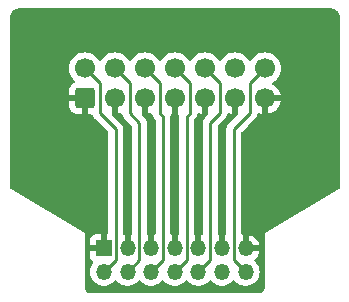
<source format=gbl>
G04 #@! TF.GenerationSoftware,KiCad,Pcbnew,7.0.9-7.0.9~ubuntu20.04.1*
G04 #@! TF.CreationDate,2023-11-25T19:42:28+01:00*
G04 #@! TF.ProjectId,kicad-kria-jtag,6b696361-642d-46b7-9269-612d6a746167,1.0*
G04 #@! TF.SameCoordinates,Original*
G04 #@! TF.FileFunction,Copper,L2,Bot*
G04 #@! TF.FilePolarity,Positive*
%FSLAX46Y46*%
G04 Gerber Fmt 4.6, Leading zero omitted, Abs format (unit mm)*
G04 Created by KiCad (PCBNEW 7.0.9-7.0.9~ubuntu20.04.1) date 2023-11-25 19:42:28*
%MOMM*%
%LPD*%
G01*
G04 APERTURE LIST*
G04 Aperture macros list*
%AMRoundRect*
0 Rectangle with rounded corners*
0 $1 Rounding radius*
0 $2 $3 $4 $5 $6 $7 $8 $9 X,Y pos of 4 corners*
0 Add a 4 corners polygon primitive as box body*
4,1,4,$2,$3,$4,$5,$6,$7,$8,$9,$2,$3,0*
0 Add four circle primitives for the rounded corners*
1,1,$1+$1,$2,$3*
1,1,$1+$1,$4,$5*
1,1,$1+$1,$6,$7*
1,1,$1+$1,$8,$9*
0 Add four rect primitives between the rounded corners*
20,1,$1+$1,$2,$3,$4,$5,0*
20,1,$1+$1,$4,$5,$6,$7,0*
20,1,$1+$1,$6,$7,$8,$9,0*
20,1,$1+$1,$8,$9,$2,$3,0*%
G04 Aperture macros list end*
G04 #@! TA.AperFunction,ComponentPad*
%ADD10O,1.350000X1.350000*%
G04 #@! TD*
G04 #@! TA.AperFunction,ComponentPad*
%ADD11R,1.350000X1.350000*%
G04 #@! TD*
G04 #@! TA.AperFunction,ComponentPad*
%ADD12C,1.700000*%
G04 #@! TD*
G04 #@! TA.AperFunction,ComponentPad*
%ADD13RoundRect,0.250000X0.600000X-0.600000X0.600000X0.600000X-0.600000X0.600000X-0.600000X-0.600000X0*%
G04 #@! TD*
G04 #@! TA.AperFunction,Conductor*
%ADD14C,0.250000*%
G04 #@! TD*
G04 APERTURE END LIST*
D10*
X145192000Y-109188000D03*
X145192000Y-107188000D03*
X143192000Y-109188000D03*
X143192000Y-107188000D03*
X141192000Y-109188000D03*
X141192000Y-107188000D03*
X139192000Y-109188000D03*
X139192000Y-107188000D03*
X137192000Y-109188000D03*
X137192000Y-107188000D03*
X135192000Y-109188000D03*
X135192000Y-107188000D03*
X133192000Y-109188000D03*
D11*
X133192000Y-107188000D03*
D12*
X146812000Y-91948000D03*
X146812000Y-94488000D03*
X144272000Y-91948000D03*
X144272000Y-94488000D03*
X141732000Y-91948000D03*
X141732000Y-94488000D03*
X139192000Y-91948000D03*
X139192000Y-94488000D03*
X136652000Y-91948000D03*
X136652000Y-94488000D03*
X134112000Y-91948000D03*
X134112000Y-94488000D03*
X131572000Y-91948000D03*
D13*
X131572000Y-94488000D03*
D14*
X145542000Y-93218000D02*
X145542000Y-95758000D01*
X146812000Y-91948000D02*
X145542000Y-93218000D01*
X145542000Y-95758000D02*
X144192000Y-97108000D01*
X144192000Y-97108000D02*
X144192000Y-108188000D01*
X144192000Y-108188000D02*
X145192000Y-109188000D01*
X143002000Y-93218000D02*
X143002000Y-95758000D01*
X143002000Y-95758000D02*
X142192000Y-96568000D01*
X141732000Y-91948000D02*
X143002000Y-93218000D01*
X142192000Y-96568000D02*
X142192000Y-108188000D01*
X142192000Y-108188000D02*
X141192000Y-109188000D01*
X140462000Y-93218000D02*
X140462000Y-95758000D01*
X140462000Y-95758000D02*
X140192000Y-96028000D01*
X139192000Y-91948000D02*
X140462000Y-93218000D01*
X140192000Y-96028000D02*
X140192000Y-108188000D01*
X140192000Y-108188000D02*
X139192000Y-109188000D01*
X137922000Y-93218000D02*
X137922000Y-95758000D01*
X137922000Y-95758000D02*
X138192000Y-96028000D01*
X136652000Y-91948000D02*
X137922000Y-93218000D01*
X138192000Y-96028000D02*
X138192000Y-108188000D01*
X138192000Y-108188000D02*
X137192000Y-109188000D01*
X135382000Y-93218000D02*
X135382000Y-95758000D01*
X134112000Y-91948000D02*
X135382000Y-93218000D01*
X135382000Y-95758000D02*
X136192000Y-96568000D01*
X136192000Y-96568000D02*
X136192000Y-108188000D01*
X136192000Y-108188000D02*
X135192000Y-109188000D01*
X132842000Y-93218000D02*
X132842000Y-95758000D01*
X131572000Y-91948000D02*
X132842000Y-93218000D01*
X132842000Y-95758000D02*
X134192000Y-97108000D01*
X134192000Y-97108000D02*
X134192000Y-108188000D01*
X134192000Y-108188000D02*
X133192000Y-109188000D01*
G04 #@! TA.AperFunction,Conductor*
G36*
X133546815Y-107381039D02*
G01*
X133539219Y-107387620D01*
X133552584Y-107361389D01*
X133546815Y-107381039D01*
G37*
G04 #@! TD.AperFunction*
G04 #@! TA.AperFunction,Conductor*
G36*
X135546815Y-107381039D02*
G01*
X135539219Y-107387620D01*
X135552584Y-107361389D01*
X135546815Y-107381039D01*
G37*
G04 #@! TD.AperFunction*
G04 #@! TA.AperFunction,Conductor*
G36*
X137546815Y-107381039D02*
G01*
X137539219Y-107387620D01*
X137552584Y-107361389D01*
X137546815Y-107381039D01*
G37*
G04 #@! TD.AperFunction*
G04 #@! TA.AperFunction,Conductor*
G36*
X139546815Y-107381039D02*
G01*
X139539219Y-107387620D01*
X139552584Y-107361389D01*
X139546815Y-107381039D01*
G37*
G04 #@! TD.AperFunction*
G04 #@! TA.AperFunction,Conductor*
G36*
X141546815Y-107381039D02*
G01*
X141539219Y-107387620D01*
X141552584Y-107361389D01*
X141546815Y-107381039D01*
G37*
G04 #@! TD.AperFunction*
G04 #@! TA.AperFunction,Conductor*
G36*
X143546815Y-107381039D02*
G01*
X143539219Y-107387620D01*
X143552584Y-107361389D01*
X143546815Y-107381039D01*
G37*
G04 #@! TD.AperFunction*
G04 #@! TA.AperFunction,Conductor*
G36*
X134840379Y-107378983D02*
G01*
X134828706Y-107365511D01*
X134825122Y-107349039D01*
X134840379Y-107378983D01*
G37*
G04 #@! TD.AperFunction*
G04 #@! TA.AperFunction,Conductor*
G36*
X136840379Y-107378983D02*
G01*
X136828706Y-107365511D01*
X136825122Y-107349039D01*
X136840379Y-107378983D01*
G37*
G04 #@! TD.AperFunction*
G04 #@! TA.AperFunction,Conductor*
G36*
X138840379Y-107378983D02*
G01*
X138828706Y-107365511D01*
X138825122Y-107349039D01*
X138840379Y-107378983D01*
G37*
G04 #@! TD.AperFunction*
G04 #@! TA.AperFunction,Conductor*
G36*
X140840379Y-107378983D02*
G01*
X140828706Y-107365511D01*
X140825122Y-107349039D01*
X140840379Y-107378983D01*
G37*
G04 #@! TD.AperFunction*
G04 #@! TA.AperFunction,Conductor*
G36*
X142840379Y-107378983D02*
G01*
X142828706Y-107365511D01*
X142825122Y-107349039D01*
X142840379Y-107378983D01*
G37*
G04 #@! TD.AperFunction*
G04 #@! TA.AperFunction,Conductor*
G36*
X144840379Y-107378983D02*
G01*
X144828706Y-107365511D01*
X144825122Y-107349039D01*
X144840379Y-107378983D01*
G37*
G04 #@! TD.AperFunction*
G04 #@! TA.AperFunction,Conductor*
G36*
X133555294Y-107010489D02*
G01*
X133558877Y-107026960D01*
X133543620Y-106997016D01*
X133555294Y-107010489D01*
G37*
G04 #@! TD.AperFunction*
G04 #@! TA.AperFunction,Conductor*
G36*
X135555294Y-107010489D02*
G01*
X135558877Y-107026960D01*
X135543620Y-106997016D01*
X135555294Y-107010489D01*
G37*
G04 #@! TD.AperFunction*
G04 #@! TA.AperFunction,Conductor*
G36*
X137555294Y-107010489D02*
G01*
X137558877Y-107026960D01*
X137543620Y-106997016D01*
X137555294Y-107010489D01*
G37*
G04 #@! TD.AperFunction*
G04 #@! TA.AperFunction,Conductor*
G36*
X139555294Y-107010489D02*
G01*
X139558877Y-107026960D01*
X139543620Y-106997016D01*
X139555294Y-107010489D01*
G37*
G04 #@! TD.AperFunction*
G04 #@! TA.AperFunction,Conductor*
G36*
X141555294Y-107010489D02*
G01*
X141558877Y-107026960D01*
X141543620Y-106997016D01*
X141555294Y-107010489D01*
G37*
G04 #@! TD.AperFunction*
G04 #@! TA.AperFunction,Conductor*
G36*
X143555294Y-107010489D02*
G01*
X143558877Y-107026960D01*
X143543620Y-106997016D01*
X143555294Y-107010489D01*
G37*
G04 #@! TD.AperFunction*
G04 #@! TA.AperFunction,Conductor*
G36*
X134831415Y-107014610D02*
G01*
X134837185Y-106994961D01*
X134844780Y-106988379D01*
X134831415Y-107014610D01*
G37*
G04 #@! TD.AperFunction*
G04 #@! TA.AperFunction,Conductor*
G36*
X136831415Y-107014610D02*
G01*
X136837185Y-106994961D01*
X136844780Y-106988379D01*
X136831415Y-107014610D01*
G37*
G04 #@! TD.AperFunction*
G04 #@! TA.AperFunction,Conductor*
G36*
X138831415Y-107014610D02*
G01*
X138837185Y-106994961D01*
X138844780Y-106988379D01*
X138831415Y-107014610D01*
G37*
G04 #@! TD.AperFunction*
G04 #@! TA.AperFunction,Conductor*
G36*
X140831415Y-107014610D02*
G01*
X140837185Y-106994961D01*
X140844780Y-106988379D01*
X140831415Y-107014610D01*
G37*
G04 #@! TD.AperFunction*
G04 #@! TA.AperFunction,Conductor*
G36*
X142831415Y-107014610D02*
G01*
X142837185Y-106994961D01*
X142844780Y-106988379D01*
X142831415Y-107014610D01*
G37*
G04 #@! TD.AperFunction*
G04 #@! TA.AperFunction,Conductor*
G36*
X144831415Y-107014610D02*
G01*
X144837185Y-106994961D01*
X144844780Y-106988379D01*
X144831415Y-107014610D01*
G37*
G04 #@! TD.AperFunction*
G04 #@! TA.AperFunction,Conductor*
G36*
X134362000Y-95818634D02*
G01*
X134575483Y-95761433D01*
X134575497Y-95761428D01*
X134583471Y-95757710D01*
X134652548Y-95747217D01*
X134716332Y-95775736D01*
X134754573Y-95834212D01*
X134758349Y-95850688D01*
X134759288Y-95856615D01*
X134759290Y-95856625D01*
X134759291Y-95856627D01*
X134764880Y-95875867D01*
X134768824Y-95894911D01*
X134771336Y-95914792D01*
X134778899Y-95933895D01*
X134788490Y-95958119D01*
X134790382Y-95963647D01*
X134803325Y-96008196D01*
X134803382Y-96008390D01*
X134809166Y-96018171D01*
X134813580Y-96025634D01*
X134822136Y-96043100D01*
X134829514Y-96061732D01*
X134853753Y-96095095D01*
X134856898Y-96099423D01*
X134860106Y-96104307D01*
X134883827Y-96144416D01*
X134883833Y-96144424D01*
X134897990Y-96158580D01*
X134910628Y-96173376D01*
X134916588Y-96181580D01*
X134922406Y-96189587D01*
X134953096Y-96214976D01*
X134958309Y-96219288D01*
X134962620Y-96223210D01*
X135248426Y-96509016D01*
X135530181Y-96790771D01*
X135563666Y-96852094D01*
X135566500Y-96878452D01*
X135566500Y-105913324D01*
X135546815Y-105980363D01*
X135494011Y-106026118D01*
X135450423Y-106032385D01*
X135442000Y-106039379D01*
X135442000Y-106872314D01*
X135430045Y-106860359D01*
X135317148Y-106802835D01*
X135223481Y-106788000D01*
X135160519Y-106788000D01*
X135066852Y-106802835D01*
X134953955Y-106860359D01*
X134942000Y-106872314D01*
X134942000Y-106039379D01*
X134933195Y-106032068D01*
X134894770Y-106028182D01*
X134840091Y-105984684D01*
X134817609Y-105918530D01*
X134817500Y-105913324D01*
X134817500Y-97190737D01*
X134819224Y-97175123D01*
X134818938Y-97175096D01*
X134819672Y-97167333D01*
X134817500Y-97098203D01*
X134817500Y-97068651D01*
X134817500Y-97068650D01*
X134816629Y-97061759D01*
X134816172Y-97055945D01*
X134814709Y-97009373D01*
X134809121Y-96990139D01*
X134805174Y-96971081D01*
X134802664Y-96951208D01*
X134785507Y-96907875D01*
X134783614Y-96902346D01*
X134770618Y-96857614D01*
X134770617Y-96857610D01*
X134760420Y-96840368D01*
X134751863Y-96822902D01*
X134744486Y-96804268D01*
X134717083Y-96766550D01*
X134713900Y-96761705D01*
X134690170Y-96721579D01*
X134690165Y-96721573D01*
X134676005Y-96707413D01*
X134663370Y-96692620D01*
X134651593Y-96676412D01*
X134615693Y-96646713D01*
X134611381Y-96642790D01*
X133898319Y-95929728D01*
X133864834Y-95868405D01*
X133862000Y-95842047D01*
X133862000Y-94923501D01*
X133969685Y-94972680D01*
X134076237Y-94988000D01*
X134147763Y-94988000D01*
X134254315Y-94972680D01*
X134362000Y-94923501D01*
X134362000Y-95818634D01*
G37*
G04 #@! TD.AperFunction*
G04 #@! TA.AperFunction,Conductor*
G36*
X136902000Y-95818633D02*
G01*
X137115483Y-95761433D01*
X137115497Y-95761428D01*
X137123471Y-95757710D01*
X137192548Y-95747217D01*
X137256332Y-95775736D01*
X137294573Y-95834212D01*
X137298349Y-95850688D01*
X137299288Y-95856615D01*
X137299290Y-95856625D01*
X137299291Y-95856627D01*
X137304880Y-95875867D01*
X137308824Y-95894911D01*
X137311336Y-95914792D01*
X137318899Y-95933895D01*
X137328490Y-95958119D01*
X137330382Y-95963647D01*
X137343325Y-96008196D01*
X137343382Y-96008390D01*
X137349166Y-96018171D01*
X137353580Y-96025634D01*
X137362136Y-96043100D01*
X137369514Y-96061732D01*
X137393753Y-96095095D01*
X137396898Y-96099423D01*
X137400106Y-96104307D01*
X137423827Y-96144416D01*
X137423833Y-96144424D01*
X137437990Y-96158580D01*
X137450628Y-96173376D01*
X137456588Y-96181580D01*
X137462406Y-96189587D01*
X137493096Y-96214976D01*
X137498309Y-96219288D01*
X137502620Y-96223210D01*
X137523190Y-96243780D01*
X137530181Y-96250771D01*
X137563666Y-96312094D01*
X137566500Y-96338452D01*
X137566500Y-105913324D01*
X137546815Y-105980363D01*
X137494011Y-106026118D01*
X137450423Y-106032385D01*
X137442000Y-106039379D01*
X137442000Y-106872314D01*
X137430045Y-106860359D01*
X137317148Y-106802835D01*
X137223481Y-106788000D01*
X137160519Y-106788000D01*
X137066852Y-106802835D01*
X136953955Y-106860359D01*
X136942000Y-106872314D01*
X136942000Y-106039379D01*
X136933195Y-106032068D01*
X136894770Y-106028182D01*
X136840091Y-105984684D01*
X136817609Y-105918530D01*
X136817500Y-105913324D01*
X136817500Y-96650742D01*
X136819224Y-96635122D01*
X136818939Y-96635096D01*
X136819671Y-96627340D01*
X136819673Y-96627333D01*
X136817500Y-96558185D01*
X136817500Y-96528650D01*
X136816631Y-96521772D01*
X136816172Y-96515943D01*
X136814709Y-96469372D01*
X136809122Y-96450144D01*
X136805174Y-96431084D01*
X136802663Y-96411204D01*
X136785512Y-96367887D01*
X136783619Y-96362358D01*
X136770618Y-96317609D01*
X136770616Y-96317606D01*
X136760423Y-96300371D01*
X136751861Y-96282894D01*
X136744487Y-96264270D01*
X136744486Y-96264268D01*
X136717079Y-96226545D01*
X136713888Y-96221686D01*
X136713572Y-96221152D01*
X136690170Y-96181580D01*
X136690168Y-96181578D01*
X136690165Y-96181574D01*
X136676006Y-96167415D01*
X136663368Y-96152619D01*
X136657408Y-96144416D01*
X136651594Y-96136413D01*
X136647028Y-96132636D01*
X136615688Y-96106709D01*
X136611376Y-96102786D01*
X136484543Y-95975953D01*
X136438319Y-95929728D01*
X136404834Y-95868405D01*
X136402000Y-95842047D01*
X136402000Y-94923501D01*
X136509685Y-94972680D01*
X136616237Y-94988000D01*
X136687763Y-94988000D01*
X136794315Y-94972680D01*
X136902000Y-94923501D01*
X136902000Y-95818633D01*
G37*
G04 #@! TD.AperFunction*
G04 #@! TA.AperFunction,Conductor*
G36*
X139442000Y-95818634D02*
G01*
X139454395Y-95828146D01*
X139480254Y-95828761D01*
X139538117Y-95867922D01*
X139565623Y-95932150D01*
X139566500Y-95946874D01*
X139566500Y-95969016D01*
X139564973Y-95988415D01*
X139561840Y-96008194D01*
X139561840Y-96008195D01*
X139566225Y-96054583D01*
X139566500Y-96060421D01*
X139566500Y-105913324D01*
X139546815Y-105980363D01*
X139494011Y-106026118D01*
X139450423Y-106032385D01*
X139442000Y-106039379D01*
X139442000Y-106872314D01*
X139430045Y-106860359D01*
X139317148Y-106802835D01*
X139223481Y-106788000D01*
X139160519Y-106788000D01*
X139066852Y-106802835D01*
X138953955Y-106860359D01*
X138942000Y-106872314D01*
X138942000Y-106039379D01*
X138933195Y-106032068D01*
X138894770Y-106028182D01*
X138840091Y-105984684D01*
X138817609Y-105918530D01*
X138817500Y-105913324D01*
X138817500Y-96110742D01*
X138819224Y-96095122D01*
X138818939Y-96095095D01*
X138819673Y-96087333D01*
X138818066Y-96036174D01*
X138817500Y-96018171D01*
X138817500Y-95988650D01*
X138816631Y-95981779D01*
X138816173Y-95975953D01*
X138815955Y-95969016D01*
X138815363Y-95950177D01*
X138832933Y-95882556D01*
X138884274Y-95835165D01*
X138931227Y-95826901D01*
X138942000Y-95818634D01*
X138942000Y-94923501D01*
X139049685Y-94972680D01*
X139156237Y-94988000D01*
X139227763Y-94988000D01*
X139334315Y-94972680D01*
X139442000Y-94923501D01*
X139442000Y-95818634D01*
G37*
G04 #@! TD.AperFunction*
G04 #@! TA.AperFunction,Conductor*
G36*
X141982000Y-95842046D02*
G01*
X141962315Y-95909085D01*
X141945684Y-95929724D01*
X141867214Y-96008194D01*
X141808208Y-96067200D01*
X141795951Y-96077020D01*
X141796134Y-96077241D01*
X141790123Y-96082213D01*
X141742772Y-96132636D01*
X141721889Y-96153519D01*
X141721877Y-96153532D01*
X141717621Y-96159017D01*
X141713837Y-96163447D01*
X141681937Y-96197418D01*
X141681936Y-96197420D01*
X141672284Y-96214976D01*
X141661610Y-96231226D01*
X141649329Y-96247061D01*
X141649324Y-96247068D01*
X141630815Y-96289838D01*
X141628245Y-96295084D01*
X141605803Y-96335906D01*
X141600822Y-96355307D01*
X141594521Y-96373710D01*
X141586562Y-96392102D01*
X141586561Y-96392105D01*
X141579271Y-96438127D01*
X141578087Y-96443846D01*
X141566501Y-96488972D01*
X141566500Y-96488982D01*
X141566500Y-96509016D01*
X141564973Y-96528415D01*
X141561840Y-96548194D01*
X141561840Y-96548195D01*
X141566225Y-96594583D01*
X141566500Y-96600421D01*
X141566500Y-105913324D01*
X141546815Y-105980363D01*
X141494011Y-106026118D01*
X141450423Y-106032385D01*
X141442000Y-106039379D01*
X141442000Y-106872314D01*
X141430045Y-106860359D01*
X141317148Y-106802835D01*
X141223481Y-106788000D01*
X141160519Y-106788000D01*
X141066852Y-106802835D01*
X140953955Y-106860359D01*
X140942000Y-106872314D01*
X140942000Y-106039379D01*
X140933195Y-106032068D01*
X140894770Y-106028182D01*
X140840091Y-105984684D01*
X140817609Y-105918530D01*
X140817500Y-105913324D01*
X140817500Y-96340502D01*
X140837185Y-96273463D01*
X140862467Y-96244952D01*
X140863871Y-96243789D01*
X140863877Y-96243786D01*
X140882267Y-96224203D01*
X140911241Y-96193348D01*
X140932116Y-96172474D01*
X140932116Y-96172473D01*
X140932120Y-96172470D01*
X140936373Y-96166986D01*
X140940150Y-96162563D01*
X140972062Y-96128582D01*
X140981714Y-96111023D01*
X140992389Y-96094772D01*
X141004674Y-96078936D01*
X141023186Y-96036152D01*
X141025748Y-96030924D01*
X141048197Y-95990092D01*
X141053180Y-95970680D01*
X141059477Y-95952291D01*
X141067438Y-95933895D01*
X141074729Y-95887853D01*
X141075909Y-95882158D01*
X141087044Y-95838793D01*
X141122783Y-95778759D01*
X141185307Y-95747574D01*
X141254766Y-95755144D01*
X141259552Y-95757254D01*
X141268507Y-95761430D01*
X141268516Y-95761433D01*
X141482000Y-95818634D01*
X141482000Y-94923501D01*
X141589685Y-94972680D01*
X141696237Y-94988000D01*
X141767763Y-94988000D01*
X141874315Y-94972680D01*
X141982000Y-94923501D01*
X141982000Y-95842046D01*
G37*
G04 #@! TD.AperFunction*
G04 #@! TA.AperFunction,Conductor*
G36*
X144522000Y-95842045D02*
G01*
X144502315Y-95909084D01*
X144485681Y-95929726D01*
X143808207Y-96607200D01*
X143795951Y-96617020D01*
X143796134Y-96617241D01*
X143790123Y-96622213D01*
X143742772Y-96672636D01*
X143721889Y-96693519D01*
X143721877Y-96693532D01*
X143717621Y-96699017D01*
X143713837Y-96703447D01*
X143681937Y-96737418D01*
X143681936Y-96737420D01*
X143672284Y-96754976D01*
X143661610Y-96771226D01*
X143649329Y-96787061D01*
X143649324Y-96787068D01*
X143630815Y-96829838D01*
X143628245Y-96835084D01*
X143605803Y-96875906D01*
X143600822Y-96895307D01*
X143594521Y-96913710D01*
X143586562Y-96932102D01*
X143586561Y-96932105D01*
X143579271Y-96978127D01*
X143578087Y-96983846D01*
X143566501Y-97028972D01*
X143566500Y-97028982D01*
X143566500Y-97049016D01*
X143564973Y-97068415D01*
X143561840Y-97088194D01*
X143561840Y-97088195D01*
X143566225Y-97134583D01*
X143566500Y-97140421D01*
X143566500Y-105913324D01*
X143546815Y-105980363D01*
X143494011Y-106026118D01*
X143450423Y-106032385D01*
X143442000Y-106039379D01*
X143442000Y-106872314D01*
X143430045Y-106860359D01*
X143317148Y-106802835D01*
X143223481Y-106788000D01*
X143160519Y-106788000D01*
X143066852Y-106802835D01*
X142953955Y-106860359D01*
X142942000Y-106872314D01*
X142942000Y-106039379D01*
X142933195Y-106032068D01*
X142894770Y-106028182D01*
X142840091Y-105984684D01*
X142817609Y-105918530D01*
X142817500Y-105913324D01*
X142817500Y-96878452D01*
X142837185Y-96811413D01*
X142853819Y-96790771D01*
X143116175Y-96528415D01*
X143385788Y-96258801D01*
X143398042Y-96248986D01*
X143397859Y-96248764D01*
X143403866Y-96243792D01*
X143403877Y-96243786D01*
X143434775Y-96210882D01*
X143451227Y-96193364D01*
X143461671Y-96182918D01*
X143472120Y-96172471D01*
X143476379Y-96166978D01*
X143480152Y-96162561D01*
X143512062Y-96128582D01*
X143521715Y-96111020D01*
X143532389Y-96094770D01*
X143544673Y-96078936D01*
X143563180Y-96036167D01*
X143565749Y-96030924D01*
X143568657Y-96025634D01*
X143588197Y-95990092D01*
X143593178Y-95970689D01*
X143599478Y-95952288D01*
X143607438Y-95933896D01*
X143614730Y-95887849D01*
X143615911Y-95882152D01*
X143619565Y-95867922D01*
X143627043Y-95838795D01*
X143662782Y-95778760D01*
X143725306Y-95747575D01*
X143794765Y-95755143D01*
X143799552Y-95757254D01*
X143808507Y-95761430D01*
X143808516Y-95761433D01*
X144022000Y-95818634D01*
X144022000Y-94923501D01*
X144129685Y-94972680D01*
X144236237Y-94988000D01*
X144307763Y-94988000D01*
X144414315Y-94972680D01*
X144522000Y-94923501D01*
X144522000Y-95842045D01*
G37*
G04 #@! TD.AperFunction*
G04 #@! TA.AperFunction,Conductor*
G36*
X132159539Y-94257685D02*
G01*
X132205294Y-94310489D01*
X132216500Y-94362000D01*
X132216500Y-94614000D01*
X132196815Y-94681039D01*
X132144011Y-94726794D01*
X132092500Y-94738000D01*
X132005686Y-94738000D01*
X132031493Y-94697844D01*
X132072000Y-94559889D01*
X132072000Y-94416111D01*
X132031493Y-94278156D01*
X132005686Y-94238000D01*
X132092500Y-94238000D01*
X132159539Y-94257685D01*
G37*
G04 #@! TD.AperFunction*
G04 #@! TA.AperFunction,Conductor*
G36*
X133652507Y-94278156D02*
G01*
X133612000Y-94416111D01*
X133612000Y-94559889D01*
X133652507Y-94697844D01*
X133678314Y-94738000D01*
X133591500Y-94738000D01*
X133524461Y-94718315D01*
X133478706Y-94665511D01*
X133467500Y-94614000D01*
X133467500Y-94362000D01*
X133487185Y-94294961D01*
X133539989Y-94249206D01*
X133591500Y-94238000D01*
X133678314Y-94238000D01*
X133652507Y-94278156D01*
G37*
G04 #@! TD.AperFunction*
G04 #@! TA.AperFunction,Conductor*
G36*
X134699539Y-94257685D02*
G01*
X134745294Y-94310489D01*
X134756500Y-94362000D01*
X134756500Y-94614000D01*
X134736815Y-94681039D01*
X134684011Y-94726794D01*
X134632500Y-94738000D01*
X134545686Y-94738000D01*
X134571493Y-94697844D01*
X134612000Y-94559889D01*
X134612000Y-94416111D01*
X134571493Y-94278156D01*
X134545686Y-94238000D01*
X134632500Y-94238000D01*
X134699539Y-94257685D01*
G37*
G04 #@! TD.AperFunction*
G04 #@! TA.AperFunction,Conductor*
G36*
X136192507Y-94278156D02*
G01*
X136152000Y-94416111D01*
X136152000Y-94559889D01*
X136192507Y-94697844D01*
X136218314Y-94738000D01*
X136131500Y-94738000D01*
X136064461Y-94718315D01*
X136018706Y-94665511D01*
X136007500Y-94614000D01*
X136007500Y-94362000D01*
X136027185Y-94294961D01*
X136079989Y-94249206D01*
X136131500Y-94238000D01*
X136218314Y-94238000D01*
X136192507Y-94278156D01*
G37*
G04 #@! TD.AperFunction*
G04 #@! TA.AperFunction,Conductor*
G36*
X137239539Y-94257685D02*
G01*
X137285294Y-94310489D01*
X137296500Y-94362000D01*
X137296500Y-94614000D01*
X137276815Y-94681039D01*
X137224011Y-94726794D01*
X137172500Y-94738000D01*
X137085686Y-94738000D01*
X137111493Y-94697844D01*
X137152000Y-94559889D01*
X137152000Y-94416111D01*
X137111493Y-94278156D01*
X137085686Y-94238000D01*
X137172500Y-94238000D01*
X137239539Y-94257685D01*
G37*
G04 #@! TD.AperFunction*
G04 #@! TA.AperFunction,Conductor*
G36*
X138732507Y-94278156D02*
G01*
X138692000Y-94416111D01*
X138692000Y-94559889D01*
X138732507Y-94697844D01*
X138758314Y-94738000D01*
X138671500Y-94738000D01*
X138604461Y-94718315D01*
X138558706Y-94665511D01*
X138547500Y-94614000D01*
X138547500Y-94362000D01*
X138567185Y-94294961D01*
X138619989Y-94249206D01*
X138671500Y-94238000D01*
X138758314Y-94238000D01*
X138732507Y-94278156D01*
G37*
G04 #@! TD.AperFunction*
G04 #@! TA.AperFunction,Conductor*
G36*
X139779539Y-94257685D02*
G01*
X139825294Y-94310489D01*
X139836500Y-94362000D01*
X139836500Y-94614000D01*
X139816815Y-94681039D01*
X139764011Y-94726794D01*
X139712500Y-94738000D01*
X139625686Y-94738000D01*
X139651493Y-94697844D01*
X139692000Y-94559889D01*
X139692000Y-94416111D01*
X139651493Y-94278156D01*
X139625686Y-94238000D01*
X139712500Y-94238000D01*
X139779539Y-94257685D01*
G37*
G04 #@! TD.AperFunction*
G04 #@! TA.AperFunction,Conductor*
G36*
X141272507Y-94278156D02*
G01*
X141232000Y-94416111D01*
X141232000Y-94559889D01*
X141272507Y-94697844D01*
X141298314Y-94738000D01*
X141211500Y-94738000D01*
X141144461Y-94718315D01*
X141098706Y-94665511D01*
X141087500Y-94614000D01*
X141087500Y-94362000D01*
X141107185Y-94294961D01*
X141159989Y-94249206D01*
X141211500Y-94238000D01*
X141298314Y-94238000D01*
X141272507Y-94278156D01*
G37*
G04 #@! TD.AperFunction*
G04 #@! TA.AperFunction,Conductor*
G36*
X142319539Y-94257685D02*
G01*
X142365294Y-94310489D01*
X142376500Y-94362000D01*
X142376500Y-94614000D01*
X142356815Y-94681039D01*
X142304011Y-94726794D01*
X142252500Y-94738000D01*
X142165686Y-94738000D01*
X142191493Y-94697844D01*
X142232000Y-94559889D01*
X142232000Y-94416111D01*
X142191493Y-94278156D01*
X142165686Y-94238000D01*
X142252500Y-94238000D01*
X142319539Y-94257685D01*
G37*
G04 #@! TD.AperFunction*
G04 #@! TA.AperFunction,Conductor*
G36*
X143812507Y-94278156D02*
G01*
X143772000Y-94416111D01*
X143772000Y-94559889D01*
X143812507Y-94697844D01*
X143838314Y-94738000D01*
X143751500Y-94738000D01*
X143684461Y-94718315D01*
X143638706Y-94665511D01*
X143627500Y-94614000D01*
X143627500Y-94362000D01*
X143647185Y-94294961D01*
X143699989Y-94249206D01*
X143751500Y-94238000D01*
X143838314Y-94238000D01*
X143812507Y-94278156D01*
G37*
G04 #@! TD.AperFunction*
G04 #@! TA.AperFunction,Conductor*
G36*
X144859539Y-94257685D02*
G01*
X144905294Y-94310489D01*
X144916500Y-94362000D01*
X144916500Y-94614000D01*
X144896815Y-94681039D01*
X144844011Y-94726794D01*
X144792500Y-94738000D01*
X144705686Y-94738000D01*
X144731493Y-94697844D01*
X144772000Y-94559889D01*
X144772000Y-94416111D01*
X144731493Y-94278156D01*
X144705686Y-94238000D01*
X144792500Y-94238000D01*
X144859539Y-94257685D01*
G37*
G04 #@! TD.AperFunction*
G04 #@! TA.AperFunction,Conductor*
G36*
X146352507Y-94278156D02*
G01*
X146312000Y-94416111D01*
X146312000Y-94559889D01*
X146352507Y-94697844D01*
X146378314Y-94738000D01*
X146291500Y-94738000D01*
X146224461Y-94718315D01*
X146178706Y-94665511D01*
X146167500Y-94614000D01*
X146167500Y-94362000D01*
X146187185Y-94294961D01*
X146239989Y-94249206D01*
X146291500Y-94238000D01*
X146378314Y-94238000D01*
X146352507Y-94278156D01*
G37*
G04 #@! TD.AperFunction*
G04 #@! TA.AperFunction,Conductor*
G36*
X152403034Y-86868799D02*
G01*
X152410744Y-86869558D01*
X152435266Y-86871973D01*
X152545728Y-86884419D01*
X152567823Y-86888975D01*
X152621045Y-86905120D01*
X152700132Y-86932794D01*
X152717607Y-86940467D01*
X152770933Y-86968970D01*
X152774641Y-86971123D01*
X152836057Y-87009712D01*
X152844257Y-87014865D01*
X152850609Y-87019439D01*
X152902264Y-87061831D01*
X152906765Y-87065910D01*
X152964087Y-87123232D01*
X152968167Y-87127734D01*
X153010559Y-87179389D01*
X153015133Y-87185741D01*
X153058862Y-87255334D01*
X153061039Y-87259085D01*
X153066244Y-87268821D01*
X153089528Y-87312384D01*
X153097210Y-87329881D01*
X153124881Y-87408960D01*
X153141021Y-87462167D01*
X153145580Y-87484278D01*
X153158027Y-87594742D01*
X153161201Y-87626968D01*
X153161500Y-87633050D01*
X153161500Y-102037508D01*
X153141815Y-102104547D01*
X153101297Y-102143837D01*
X146819362Y-105912997D01*
X146813009Y-105916217D01*
X146811510Y-105917723D01*
X146810956Y-105919962D01*
X146811500Y-105927263D01*
X146811500Y-110486517D01*
X146811110Y-110493465D01*
X146808532Y-110516340D01*
X146797810Y-110597773D01*
X146791913Y-110622540D01*
X146779767Y-110657249D01*
X146778527Y-110660499D01*
X146755564Y-110715936D01*
X146745998Y-110734454D01*
X146723731Y-110769892D01*
X146720419Y-110774653D01*
X146682901Y-110823547D01*
X146677548Y-110829650D01*
X146643650Y-110863548D01*
X146637547Y-110868901D01*
X146588653Y-110906419D01*
X146583892Y-110909731D01*
X146548454Y-110931998D01*
X146529936Y-110941564D01*
X146474499Y-110964527D01*
X146471249Y-110965767D01*
X146436540Y-110977913D01*
X146411773Y-110983810D01*
X146330340Y-110994532D01*
X146322728Y-110995389D01*
X146307457Y-110997110D01*
X146300517Y-110997500D01*
X132083482Y-110997500D01*
X132076543Y-110997110D01*
X132057079Y-110994917D01*
X132053659Y-110994532D01*
X131972225Y-110983810D01*
X131947458Y-110977913D01*
X131912749Y-110965767D01*
X131909499Y-110964527D01*
X131854062Y-110941564D01*
X131835544Y-110931998D01*
X131800106Y-110909731D01*
X131795352Y-110906424D01*
X131746446Y-110868897D01*
X131740348Y-110863548D01*
X131706450Y-110829650D01*
X131701104Y-110823555D01*
X131663569Y-110774638D01*
X131660277Y-110769906D01*
X131637997Y-110734449D01*
X131628437Y-110715941D01*
X131605458Y-110660466D01*
X131604231Y-110657249D01*
X131592082Y-110622529D01*
X131586188Y-110597770D01*
X131575468Y-110516340D01*
X131573570Y-110499498D01*
X131572890Y-110493459D01*
X131572500Y-110486513D01*
X131572500Y-105927412D01*
X131573059Y-105920006D01*
X131572525Y-105917870D01*
X131572526Y-105917869D01*
X131572525Y-105917867D01*
X131572489Y-105917723D01*
X131570957Y-105916181D01*
X131564513Y-105912924D01*
X125282703Y-102143837D01*
X125235344Y-102092466D01*
X125222500Y-102037508D01*
X125222500Y-91948000D01*
X130216341Y-91948000D01*
X130236936Y-92183403D01*
X130236938Y-92183413D01*
X130298094Y-92411655D01*
X130298096Y-92411659D01*
X130298097Y-92411663D01*
X130397965Y-92625830D01*
X130397967Y-92625834D01*
X130533501Y-92819395D01*
X130533506Y-92819402D01*
X130700597Y-92986493D01*
X130702419Y-92988022D01*
X130703001Y-92988897D01*
X130704427Y-92990323D01*
X130704140Y-92990609D01*
X130741119Y-93046195D01*
X130742224Y-93116056D01*
X130705384Y-93175424D01*
X130661719Y-93200712D01*
X130652883Y-93203640D01*
X130652875Y-93203643D01*
X130503654Y-93295684D01*
X130379684Y-93419654D01*
X130287643Y-93568875D01*
X130287641Y-93568880D01*
X130232494Y-93735302D01*
X130232493Y-93735309D01*
X130222000Y-93838013D01*
X130222000Y-94238000D01*
X131138314Y-94238000D01*
X131112507Y-94278156D01*
X131072000Y-94416111D01*
X131072000Y-94559889D01*
X131112507Y-94697844D01*
X131138314Y-94738000D01*
X130222001Y-94738000D01*
X130222001Y-95137986D01*
X130232494Y-95240697D01*
X130287641Y-95407119D01*
X130287643Y-95407124D01*
X130379684Y-95556345D01*
X130503654Y-95680315D01*
X130652875Y-95772356D01*
X130652880Y-95772358D01*
X130819302Y-95827505D01*
X130819309Y-95827506D01*
X130922019Y-95837999D01*
X131321999Y-95837999D01*
X131322000Y-95837998D01*
X131322000Y-94923501D01*
X131429685Y-94972680D01*
X131536237Y-94988000D01*
X131607763Y-94988000D01*
X131714315Y-94972680D01*
X131822000Y-94923501D01*
X131822000Y-95837999D01*
X132116662Y-95837999D01*
X132183701Y-95857684D01*
X132229456Y-95910488D01*
X132231944Y-95916329D01*
X132238900Y-95933896D01*
X132248490Y-95958120D01*
X132250382Y-95963647D01*
X132263325Y-96008196D01*
X132263382Y-96008390D01*
X132269166Y-96018171D01*
X132273580Y-96025634D01*
X132282136Y-96043100D01*
X132289514Y-96061732D01*
X132313753Y-96095095D01*
X132316898Y-96099423D01*
X132320106Y-96104307D01*
X132343827Y-96144416D01*
X132343833Y-96144424D01*
X132357990Y-96158580D01*
X132370628Y-96173376D01*
X132376588Y-96181580D01*
X132382406Y-96189587D01*
X132413096Y-96214976D01*
X132418309Y-96219288D01*
X132422620Y-96223210D01*
X132986471Y-96787061D01*
X133530181Y-97330771D01*
X133563666Y-97392094D01*
X133566500Y-97418452D01*
X133566500Y-105889000D01*
X133546815Y-105956039D01*
X133494011Y-106001794D01*
X133442500Y-106013000D01*
X133442000Y-106013000D01*
X133442000Y-106872314D01*
X133430045Y-106860359D01*
X133317148Y-106802835D01*
X133223481Y-106788000D01*
X133160519Y-106788000D01*
X133066852Y-106802835D01*
X132953955Y-106860359D01*
X132942000Y-106872314D01*
X132942000Y-106013000D01*
X132469155Y-106013000D01*
X132409627Y-106019401D01*
X132409620Y-106019403D01*
X132274913Y-106069645D01*
X132274906Y-106069649D01*
X132159812Y-106155809D01*
X132159809Y-106155812D01*
X132073649Y-106270906D01*
X132073645Y-106270913D01*
X132023403Y-106405620D01*
X132023401Y-106405627D01*
X132017000Y-106465155D01*
X132017000Y-106938000D01*
X132876314Y-106938000D01*
X132864359Y-106949955D01*
X132806835Y-107062852D01*
X132787014Y-107188000D01*
X132806835Y-107313148D01*
X132864359Y-107426045D01*
X132876314Y-107438000D01*
X132017000Y-107438000D01*
X132017000Y-107910844D01*
X132023401Y-107970372D01*
X132023403Y-107970379D01*
X132073645Y-108105086D01*
X132073649Y-108105093D01*
X132159809Y-108220186D01*
X132245405Y-108284264D01*
X132287276Y-108340198D01*
X132292260Y-108409890D01*
X132270049Y-108458257D01*
X132188288Y-108566528D01*
X132091184Y-108761537D01*
X132031564Y-108971081D01*
X132011464Y-109187999D01*
X132011464Y-109188000D01*
X132031564Y-109404918D01*
X132031564Y-109404920D01*
X132031565Y-109404923D01*
X132091183Y-109614459D01*
X132188288Y-109809472D01*
X132319573Y-109983322D01*
X132480568Y-110130088D01*
X132480575Y-110130092D01*
X132480576Y-110130093D01*
X132665786Y-110244770D01*
X132665792Y-110244773D01*
X132688664Y-110253633D01*
X132868931Y-110323470D01*
X133083074Y-110363500D01*
X133083076Y-110363500D01*
X133300924Y-110363500D01*
X133300926Y-110363500D01*
X133515069Y-110323470D01*
X133718210Y-110244772D01*
X133903432Y-110130088D01*
X134064427Y-109983322D01*
X134093047Y-109945422D01*
X134149153Y-109903787D01*
X134218865Y-109899094D01*
X134280048Y-109932836D01*
X134290946Y-109945414D01*
X134319573Y-109983322D01*
X134480568Y-110130088D01*
X134480575Y-110130092D01*
X134480576Y-110130093D01*
X134665786Y-110244770D01*
X134665792Y-110244773D01*
X134688664Y-110253633D01*
X134868931Y-110323470D01*
X135083074Y-110363500D01*
X135083076Y-110363500D01*
X135300924Y-110363500D01*
X135300926Y-110363500D01*
X135515069Y-110323470D01*
X135718210Y-110244772D01*
X135903432Y-110130088D01*
X136064427Y-109983322D01*
X136093047Y-109945422D01*
X136149153Y-109903787D01*
X136218865Y-109899094D01*
X136280048Y-109932836D01*
X136290946Y-109945414D01*
X136319573Y-109983322D01*
X136480568Y-110130088D01*
X136480575Y-110130092D01*
X136480576Y-110130093D01*
X136665786Y-110244770D01*
X136665792Y-110244773D01*
X136688664Y-110253633D01*
X136868931Y-110323470D01*
X137083074Y-110363500D01*
X137083076Y-110363500D01*
X137300924Y-110363500D01*
X137300926Y-110363500D01*
X137515069Y-110323470D01*
X137718210Y-110244772D01*
X137903432Y-110130088D01*
X138064427Y-109983322D01*
X138093047Y-109945422D01*
X138149153Y-109903787D01*
X138218865Y-109899094D01*
X138280048Y-109932836D01*
X138290946Y-109945414D01*
X138319573Y-109983322D01*
X138480568Y-110130088D01*
X138480575Y-110130092D01*
X138480576Y-110130093D01*
X138665786Y-110244770D01*
X138665792Y-110244773D01*
X138688664Y-110253633D01*
X138868931Y-110323470D01*
X139083074Y-110363500D01*
X139083076Y-110363500D01*
X139300924Y-110363500D01*
X139300926Y-110363500D01*
X139515069Y-110323470D01*
X139718210Y-110244772D01*
X139903432Y-110130088D01*
X140064427Y-109983322D01*
X140093047Y-109945422D01*
X140149153Y-109903787D01*
X140218865Y-109899094D01*
X140280048Y-109932836D01*
X140290946Y-109945414D01*
X140319573Y-109983322D01*
X140480568Y-110130088D01*
X140480575Y-110130092D01*
X140480576Y-110130093D01*
X140665786Y-110244770D01*
X140665792Y-110244773D01*
X140688664Y-110253633D01*
X140868931Y-110323470D01*
X141083074Y-110363500D01*
X141083076Y-110363500D01*
X141300924Y-110363500D01*
X141300926Y-110363500D01*
X141515069Y-110323470D01*
X141718210Y-110244772D01*
X141903432Y-110130088D01*
X142064427Y-109983322D01*
X142093047Y-109945422D01*
X142149153Y-109903787D01*
X142218865Y-109899094D01*
X142280048Y-109932836D01*
X142290946Y-109945414D01*
X142319573Y-109983322D01*
X142480568Y-110130088D01*
X142480575Y-110130092D01*
X142480576Y-110130093D01*
X142665786Y-110244770D01*
X142665792Y-110244773D01*
X142688664Y-110253633D01*
X142868931Y-110323470D01*
X143083074Y-110363500D01*
X143083076Y-110363500D01*
X143300924Y-110363500D01*
X143300926Y-110363500D01*
X143515069Y-110323470D01*
X143718210Y-110244772D01*
X143903432Y-110130088D01*
X144064427Y-109983322D01*
X144093047Y-109945422D01*
X144149153Y-109903787D01*
X144218865Y-109899094D01*
X144280048Y-109932836D01*
X144290946Y-109945414D01*
X144319573Y-109983322D01*
X144480568Y-110130088D01*
X144480575Y-110130092D01*
X144480576Y-110130093D01*
X144665786Y-110244770D01*
X144665792Y-110244773D01*
X144688664Y-110253633D01*
X144868931Y-110323470D01*
X145083074Y-110363500D01*
X145083076Y-110363500D01*
X145300924Y-110363500D01*
X145300926Y-110363500D01*
X145515069Y-110323470D01*
X145718210Y-110244772D01*
X145903432Y-110130088D01*
X146064427Y-109983322D01*
X146195712Y-109809472D01*
X146292817Y-109614459D01*
X146352435Y-109404923D01*
X146372536Y-109188000D01*
X146352435Y-108971077D01*
X146292817Y-108761541D01*
X146195712Y-108566528D01*
X146064427Y-108392678D01*
X146064425Y-108392675D01*
X145940055Y-108279298D01*
X145903773Y-108219587D01*
X145905534Y-108149740D01*
X145940056Y-108096023D01*
X146064054Y-107982985D01*
X146195284Y-107809208D01*
X146292348Y-107614280D01*
X146342505Y-107438000D01*
X145507686Y-107438000D01*
X145519641Y-107426045D01*
X145577165Y-107313148D01*
X145596986Y-107188000D01*
X145577165Y-107062852D01*
X145519641Y-106949955D01*
X145507686Y-106938000D01*
X146342505Y-106938000D01*
X146342505Y-106937999D01*
X146292348Y-106761719D01*
X146195284Y-106566791D01*
X146064054Y-106393014D01*
X145903131Y-106246314D01*
X145717987Y-106131677D01*
X145717985Y-106131676D01*
X145514931Y-106053013D01*
X145514921Y-106053010D01*
X145442001Y-106039378D01*
X145442000Y-106039379D01*
X145442000Y-106872314D01*
X145430045Y-106860359D01*
X145317148Y-106802835D01*
X145223481Y-106788000D01*
X145160519Y-106788000D01*
X145066852Y-106802835D01*
X144953955Y-106860359D01*
X144942000Y-106872314D01*
X144942000Y-106039379D01*
X144933195Y-106032068D01*
X144894770Y-106028182D01*
X144840091Y-105984684D01*
X144817609Y-105918530D01*
X144817500Y-105913324D01*
X144817500Y-97418452D01*
X144837185Y-97351413D01*
X144853819Y-97330771D01*
X145380324Y-96804266D01*
X145925788Y-96258801D01*
X145938042Y-96248986D01*
X145937859Y-96248764D01*
X145943866Y-96243792D01*
X145943877Y-96243786D01*
X145974775Y-96210882D01*
X145991227Y-96193364D01*
X146001671Y-96182918D01*
X146012120Y-96172471D01*
X146016379Y-96166978D01*
X146020152Y-96162561D01*
X146052062Y-96128582D01*
X146061713Y-96111024D01*
X146072396Y-96094761D01*
X146084673Y-96078936D01*
X146103185Y-96036153D01*
X146105738Y-96030941D01*
X146128197Y-95990092D01*
X146133180Y-95970680D01*
X146139481Y-95952280D01*
X146147437Y-95933896D01*
X146154729Y-95887852D01*
X146155906Y-95882171D01*
X146167043Y-95838795D01*
X146202782Y-95778759D01*
X146265307Y-95747575D01*
X146334765Y-95755144D01*
X146339552Y-95757254D01*
X146348507Y-95761430D01*
X146348516Y-95761433D01*
X146562000Y-95818634D01*
X146562000Y-94923501D01*
X146669685Y-94972680D01*
X146776237Y-94988000D01*
X146847763Y-94988000D01*
X146954315Y-94972680D01*
X147062000Y-94923501D01*
X147062000Y-95818634D01*
X147275483Y-95761433D01*
X147275492Y-95761429D01*
X147489578Y-95661600D01*
X147683082Y-95526105D01*
X147850105Y-95359082D01*
X147985600Y-95165578D01*
X148085429Y-94951492D01*
X148085432Y-94951486D01*
X148142636Y-94738000D01*
X147245686Y-94738000D01*
X147271493Y-94697844D01*
X147312000Y-94559889D01*
X147312000Y-94416111D01*
X147271493Y-94278156D01*
X147245686Y-94238000D01*
X148142636Y-94238000D01*
X148142635Y-94237999D01*
X148085432Y-94024513D01*
X148085429Y-94024507D01*
X147985600Y-93810422D01*
X147985599Y-93810420D01*
X147850113Y-93616926D01*
X147850108Y-93616920D01*
X147683078Y-93449890D01*
X147497405Y-93319879D01*
X147453780Y-93265302D01*
X147446588Y-93195804D01*
X147478110Y-93133449D01*
X147497406Y-93116730D01*
X147498369Y-93116056D01*
X147683401Y-92986495D01*
X147850495Y-92819401D01*
X147986035Y-92625830D01*
X148085903Y-92411663D01*
X148147063Y-92183408D01*
X148167659Y-91948000D01*
X148147063Y-91712592D01*
X148085903Y-91484337D01*
X147986035Y-91270171D01*
X147980425Y-91262158D01*
X147850494Y-91076597D01*
X147683402Y-90909506D01*
X147683395Y-90909501D01*
X147489834Y-90773967D01*
X147489830Y-90773965D01*
X147489828Y-90773964D01*
X147275663Y-90674097D01*
X147275659Y-90674096D01*
X147275655Y-90674094D01*
X147047413Y-90612938D01*
X147047403Y-90612936D01*
X146812001Y-90592341D01*
X146811999Y-90592341D01*
X146576596Y-90612936D01*
X146576586Y-90612938D01*
X146348344Y-90674094D01*
X146348335Y-90674098D01*
X146134171Y-90773964D01*
X146134169Y-90773965D01*
X145940597Y-90909505D01*
X145773505Y-91076597D01*
X145643575Y-91262158D01*
X145588998Y-91305783D01*
X145519500Y-91312977D01*
X145457145Y-91281454D01*
X145440425Y-91262158D01*
X145310494Y-91076597D01*
X145143402Y-90909506D01*
X145143395Y-90909501D01*
X144949834Y-90773967D01*
X144949830Y-90773965D01*
X144949828Y-90773964D01*
X144735663Y-90674097D01*
X144735659Y-90674096D01*
X144735655Y-90674094D01*
X144507413Y-90612938D01*
X144507403Y-90612936D01*
X144272001Y-90592341D01*
X144271999Y-90592341D01*
X144036596Y-90612936D01*
X144036586Y-90612938D01*
X143808344Y-90674094D01*
X143808335Y-90674098D01*
X143594171Y-90773964D01*
X143594169Y-90773965D01*
X143400597Y-90909505D01*
X143233505Y-91076597D01*
X143103575Y-91262158D01*
X143048998Y-91305783D01*
X142979500Y-91312977D01*
X142917145Y-91281454D01*
X142900425Y-91262158D01*
X142770494Y-91076597D01*
X142603402Y-90909506D01*
X142603395Y-90909501D01*
X142409834Y-90773967D01*
X142409830Y-90773965D01*
X142409828Y-90773964D01*
X142195663Y-90674097D01*
X142195659Y-90674096D01*
X142195655Y-90674094D01*
X141967413Y-90612938D01*
X141967403Y-90612936D01*
X141732001Y-90592341D01*
X141731999Y-90592341D01*
X141496596Y-90612936D01*
X141496586Y-90612938D01*
X141268344Y-90674094D01*
X141268335Y-90674098D01*
X141054171Y-90773964D01*
X141054169Y-90773965D01*
X140860597Y-90909505D01*
X140693505Y-91076597D01*
X140563575Y-91262158D01*
X140508998Y-91305783D01*
X140439500Y-91312977D01*
X140377145Y-91281454D01*
X140360425Y-91262158D01*
X140230494Y-91076597D01*
X140063402Y-90909506D01*
X140063395Y-90909501D01*
X139869834Y-90773967D01*
X139869830Y-90773965D01*
X139869828Y-90773964D01*
X139655663Y-90674097D01*
X139655659Y-90674096D01*
X139655655Y-90674094D01*
X139427413Y-90612938D01*
X139427403Y-90612936D01*
X139192001Y-90592341D01*
X139191999Y-90592341D01*
X138956596Y-90612936D01*
X138956586Y-90612938D01*
X138728344Y-90674094D01*
X138728335Y-90674098D01*
X138514171Y-90773964D01*
X138514169Y-90773965D01*
X138320597Y-90909505D01*
X138153505Y-91076597D01*
X138023575Y-91262158D01*
X137968998Y-91305783D01*
X137899500Y-91312977D01*
X137837145Y-91281454D01*
X137820425Y-91262158D01*
X137690494Y-91076597D01*
X137523402Y-90909506D01*
X137523395Y-90909501D01*
X137329834Y-90773967D01*
X137329830Y-90773965D01*
X137329828Y-90773964D01*
X137115663Y-90674097D01*
X137115659Y-90674096D01*
X137115655Y-90674094D01*
X136887413Y-90612938D01*
X136887403Y-90612936D01*
X136652001Y-90592341D01*
X136651999Y-90592341D01*
X136416596Y-90612936D01*
X136416586Y-90612938D01*
X136188344Y-90674094D01*
X136188335Y-90674098D01*
X135974171Y-90773964D01*
X135974169Y-90773965D01*
X135780597Y-90909505D01*
X135613505Y-91076597D01*
X135483575Y-91262158D01*
X135428998Y-91305783D01*
X135359500Y-91312977D01*
X135297145Y-91281454D01*
X135280425Y-91262158D01*
X135150494Y-91076597D01*
X134983402Y-90909506D01*
X134983395Y-90909501D01*
X134789834Y-90773967D01*
X134789830Y-90773965D01*
X134789828Y-90773964D01*
X134575663Y-90674097D01*
X134575659Y-90674096D01*
X134575655Y-90674094D01*
X134347413Y-90612938D01*
X134347403Y-90612936D01*
X134112001Y-90592341D01*
X134111999Y-90592341D01*
X133876596Y-90612936D01*
X133876586Y-90612938D01*
X133648344Y-90674094D01*
X133648335Y-90674098D01*
X133434171Y-90773964D01*
X133434169Y-90773965D01*
X133240597Y-90909505D01*
X133073505Y-91076597D01*
X132943575Y-91262158D01*
X132888998Y-91305783D01*
X132819500Y-91312977D01*
X132757145Y-91281454D01*
X132740425Y-91262158D01*
X132610494Y-91076597D01*
X132443402Y-90909506D01*
X132443395Y-90909501D01*
X132249834Y-90773967D01*
X132249830Y-90773965D01*
X132249828Y-90773964D01*
X132035663Y-90674097D01*
X132035659Y-90674096D01*
X132035655Y-90674094D01*
X131807413Y-90612938D01*
X131807403Y-90612936D01*
X131572001Y-90592341D01*
X131571999Y-90592341D01*
X131336596Y-90612936D01*
X131336586Y-90612938D01*
X131108344Y-90674094D01*
X131108335Y-90674098D01*
X130894171Y-90773964D01*
X130894169Y-90773965D01*
X130700597Y-90909505D01*
X130533505Y-91076597D01*
X130397965Y-91270169D01*
X130397964Y-91270171D01*
X130298098Y-91484335D01*
X130298094Y-91484344D01*
X130236938Y-91712586D01*
X130236936Y-91712596D01*
X130216341Y-91947999D01*
X130216341Y-91948000D01*
X125222500Y-91948000D01*
X125222500Y-87633046D01*
X125222799Y-87626965D01*
X125223035Y-87624563D01*
X125225975Y-87594710D01*
X125238419Y-87484269D01*
X125242978Y-87462167D01*
X125259121Y-87408950D01*
X125286797Y-87329857D01*
X125294462Y-87312401D01*
X125322983Y-87259041D01*
X125325107Y-87255382D01*
X125368873Y-87185728D01*
X125373426Y-87179406D01*
X125415849Y-87127713D01*
X125419891Y-87123254D01*
X125477254Y-87065891D01*
X125481713Y-87061849D01*
X125533406Y-87019426D01*
X125539728Y-87014873D01*
X125609382Y-86971107D01*
X125613041Y-86968983D01*
X125666401Y-86940462D01*
X125683857Y-86932797D01*
X125762956Y-86905119D01*
X125816172Y-86888976D01*
X125838269Y-86884419D01*
X125948710Y-86871975D01*
X125978563Y-86869035D01*
X125980965Y-86868799D01*
X125987046Y-86868500D01*
X152396953Y-86868500D01*
X152403034Y-86868799D01*
G37*
G04 #@! TD.AperFunction*
M02*

</source>
